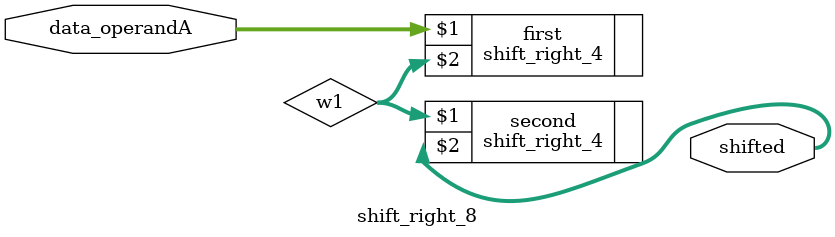
<source format=v>
module shift_right_8(data_operandA, shifted);
    
    input [31:0] data_operandA;
    output [31:0] shifted;

    wire [31:0] w1;
    shift_right_4 first(data_operandA, w1);
    shift_right_4 second(w1, shifted);

endmodule
</source>
